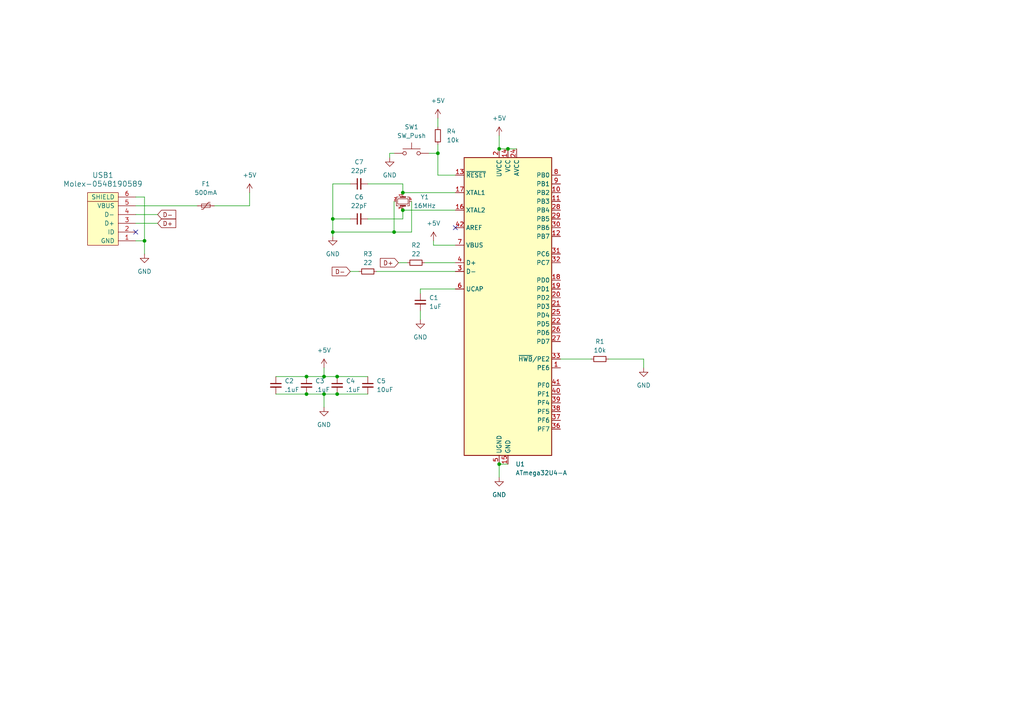
<source format=kicad_sch>
(kicad_sch (version 20230121) (generator eeschema)
  (paper "A4")
  (lib_symbols
    (symbol "Device:C_Small" (pin_numbers hide) (pin_names (offset 0.254) hide)
      (property "Reference" "C" (at 0.254 1.778 0))
      (property "Value" "C_Small" (at 0.254 -2.032 0))
      (symbol "C_Small_0_1"
        (polyline (pts (xy -1.524 -0.508) (xy 1.524 -0.508)) (stroke (width 0.3302)))
        (polyline (pts (xy -1.524 0.508) (xy 1.524 0.508)) (stroke (width 0.3048)))
      )
      (symbol "C_Small_1_1"
        (pin passive line (at 0 2.54 270) (length 2.032) (name "~") (number "1"))
        (pin passive line (at 0 -2.54 90) (length 2.032) (name "~") (number "2"))
      )
    )
    (symbol "Device:Crystal_GND24_Small" (pin_names (offset 1.016) hide)
      (property "Reference" "Y" (at 1.27 4.445 0))
      (property "Value" "Crystal_GND24_Small" (at 1.27 2.54 0))
      (symbol "Crystal_GND24_Small_0_1"
        (rectangle (start -0.762 -1.524) (end 0.762 1.524))
        (polyline (pts (xy -1.27 -0.762) (xy -1.27 0.762)) (stroke (width 0.381)))
        (polyline (pts (xy 1.27 -0.762) (xy 1.27 0.762)) (stroke (width 0.381)))
        (polyline (pts (xy -1.27 -1.27) (xy -1.27 -1.905) (xy 1.27 -1.905) (xy 1.27 -1.27)))
        (polyline (pts (xy -1.27 1.27) (xy -1.27 1.905) (xy 1.27 1.905) (xy 1.27 1.27)))
      )
      (symbol "Crystal_GND24_Small_1_1"
        (pin passive line (at -2.54 0 0) (length 1.27) (name "1") (number "1"))
        (pin passive line (at 0 -2.54 90) (length 0.635) (name "2") (number "2"))
        (pin passive line (at 2.54 0 180) (length 1.27) (name "3") (number "3"))
        (pin passive line (at 0 2.54 270) (length 0.635) (name "4") (number "4"))
      )
    )
    (symbol "Device:Polyfuse_Small" (pin_numbers hide) (pin_names (offset 0))
      (property "Reference" "F" (at -1.905 0 90))
      (property "Value" "Polyfuse_Small" (at 1.905 0 90))
      (symbol "Polyfuse_Small_0_1"
        (rectangle (start -0.508 1.27) (end 0.508 -1.27))
        (polyline (pts (xy 0 2.54) (xy 0 -2.54)))
        (polyline (pts (xy -1.016 1.27) (xy -1.016 0.762) (xy 1.016 -0.762) (xy 1.016 -1.27)))
      )
      (symbol "Polyfuse_Small_1_1"
        (pin passive line (at 0 2.54 270) (length 0.635) (name "~") (number "1"))
        (pin passive line (at 0 -2.54 90) (length 0.635) (name "~") (number "2"))
      )
    )
    (symbol "Device:R_Small" (pin_numbers hide) (pin_names (offset 0.254) hide)
      (property "Reference" "R" (at 0.762 0.508 0))
      (property "Value" "R_Small" (at 0.762 -1.016 0))
      (symbol "R_Small_0_1"
        (rectangle (start -0.762 1.778) (end 0.762 -1.778) (stroke (width 0.2032)))
      )
      (symbol "R_Small_1_1"
        (pin passive line (at 0 2.54 270) (length 0.762) (name "~") (number "1"))
        (pin passive line (at 0 -2.54 90) (length 0.762) (name "~") (number "2"))
      )
    )
    (symbol "MCU_Microchip_ATmega:ATmega32U4-A"
      (property "Reference" "U" (at -12.7 44.45 0))
      (property "Value" "ATmega32U4-A" (at 2.54 -44.45 0))
      (symbol "ATmega32U4-A_0_1"
        (rectangle (start -12.7 -43.18) (end 12.7 43.18) (stroke (width 0.254)) (fill (type background)))
      )
      (symbol "ATmega32U4-A_1_1"
        (pin bidirectional line (at 15.24 -17.78 180) (length 2.54) (name "PE6") (number "1"))
        (pin bidirectional line (at 15.24 33.02 180) (length 2.54) (name "PB2") (number "10"))
        (pin bidirectional line (at 15.24 30.48 180) (length 2.54) (name "PB3") (number "11"))
        (pin bidirectional line (at 15.24 20.32 180) (length 2.54) (name "PB7") (number "12"))
        (pin input line (at -15.24 38.1 0) (length 2.54) (name "~{RESET}") (number "13"))
        (pin power_in line (at 0 45.72 270) (length 2.54) (name "VCC") (number "14"))
        (pin power_in line (at 0 -45.72 90) (length 2.54) (name "GND") (number "15"))
        (pin output line (at -15.24 27.94 0) (length 2.54) (name "XTAL2") (number "16"))
        (pin input line (at -15.24 33.02 0) (length 2.54) (name "XTAL1") (number "17"))
        (pin bidirectional line (at 15.24 7.62 180) (length 2.54) (name "PD0") (number "18"))
        (pin bidirectional line (at 15.24 5.08 180) (length 2.54) (name "PD1") (number "19"))
        (pin power_in line (at -2.54 45.72 270) (length 2.54) (name "UVCC") (number "2"))
        (pin bidirectional line (at 15.24 2.54 180) (length 2.54) (name "PD2") (number "20"))
        (pin bidirectional line (at 15.24 0 180) (length 2.54) (name "PD3") (number "21"))
        (pin bidirectional line (at 15.24 -5.08 180) (length 2.54) (name "PD5") (number "22"))
        (pin passive line (at 0 -45.72 90) (length 2.54) hide (name "GND") (number "23"))
        (pin power_in line (at 2.54 45.72 270) (length 2.54) (name "AVCC") (number "24"))
        (pin bidirectional line (at 15.24 -2.54 180) (length 2.54) (name "PD4") (number "25"))
        (pin bidirectional line (at 15.24 -7.62 180) (length 2.54) (name "PD6") (number "26"))
        (pin bidirectional line (at 15.24 -10.16 180) (length 2.54) (name "PD7") (number "27"))
        (pin bidirectional line (at 15.24 27.94 180) (length 2.54) (name "PB4") (number "28"))
        (pin bidirectional line (at 15.24 25.4 180) (length 2.54) (name "PB5") (number "29"))
        (pin bidirectional line (at -15.24 10.16 0) (length 2.54) (name "D-") (number "3"))
        (pin bidirectional line (at 15.24 22.86 180) (length 2.54) (name "PB6") (number "30"))
        (pin bidirectional line (at 15.24 15.24 180) (length 2.54) (name "PC6") (number "31"))
        (pin bidirectional line (at 15.24 12.7 180) (length 2.54) (name "PC7") (number "32"))
        (pin bidirectional line (at 15.24 -15.24 180) (length 2.54) (name "~{HWB}/PE2") (number "33"))
        (pin passive line (at 0 45.72 270) (length 2.54) hide (name "VCC") (number "34"))
        (pin passive line (at 0 -45.72 90) (length 2.54) hide (name "GND") (number "35"))
        (pin bidirectional line (at 15.24 -35.56 180) (length 2.54) (name "PF7") (number "36"))
        (pin bidirectional line (at 15.24 -33.02 180) (length 2.54) (name "PF6") (number "37"))
        (pin bidirectional line (at 15.24 -30.48 180) (length 2.54) (name "PF5") (number "38"))
        (pin bidirectional line (at 15.24 -27.94 180) (length 2.54) (name "PF4") (number "39"))
        (pin bidirectional line (at -15.24 12.7 0) (length 2.54) (name "D+") (number "4"))
        (pin bidirectional line (at 15.24 -25.4 180) (length 2.54) (name "PF1") (number "40"))
        (pin bidirectional line (at 15.24 -22.86 180) (length 2.54) (name "PF0") (number "41"))
        (pin passive line (at -15.24 22.86 0) (length 2.54) (name "AREF") (number "42"))
        (pin passive line (at 0 -45.72 90) (length 2.54) hide (name "GND") (number "43"))
        (pin passive line (at 2.54 45.72 270) (length 2.54) hide (name "AVCC") (number "44"))
        (pin passive line (at -2.54 -45.72 90) (length 2.54) (name "UGND") (number "5"))
        (pin passive line (at -15.24 5.08 0) (length 2.54) (name "UCAP") (number "6"))
        (pin input line (at -15.24 17.78 0) (length 2.54) (name "VBUS") (number "7"))
        (pin bidirectional line (at 15.24 38.1 180) (length 2.54) (name "PB0") (number "8"))
        (pin bidirectional line (at 15.24 35.56 180) (length 2.54) (name "PB1") (number "9"))
      )
    )
    (symbol "Switch:SW_Push" (pin_numbers hide) (pin_names (offset 1.016) hide)
      (property "Reference" "SW" (at 1.27 2.54 0))
      (property "Value" "SW_Push" (at 0 -1.524 0))
      (symbol "SW_Push_0_1"
        (circle (center -2.032 0) (radius 0.508))
        (polyline (pts (xy 0 1.27) (xy 0 3.048)))
        (polyline (pts (xy 2.54 1.27) (xy -2.54 1.27)))
        (circle (center 2.032 0) (radius 0.508))
        (pin passive line (at -5.08 0 0) (length 2.54) (name "1") (number "1"))
        (pin passive line (at 5.08 0 180) (length 2.54) (name "2") (number "2"))
      )
    )
    (symbol "power:+5V" (power) (pin_names (offset 0))
      (property "Value" "+5V" (at 0 3.556 0))
      (symbol "+5V_0_1"
        (polyline (pts (xy -0.762 1.27) (xy 0 2.54)))
        (polyline (pts (xy 0 0) (xy 0 2.54)))
        (polyline (pts (xy 0 2.54) (xy 0.762 1.27)))
      )
      (symbol "+5V_1_1"
        (pin power_in line (at 0 0 90) (length 0) hide (name "+5V") (number "1"))
      )
    )
    (symbol "power:GND" (power) (pin_names (offset 0))
      (property "Value" "GND" (at 0 -3.81 0))
      (symbol "GND_0_1"
        (polyline (pts (xy 0 0) (xy 0 -1.27) (xy 1.27 -1.27) (xy 0 -2.54) (xy -1.27 -1.27) (xy 0 -1.27)))
      )
      (symbol "GND_1_1"
        (pin power_in line (at 0 0 270) (length 0) hide (name "GND") (number "1"))
      )
    )
    (symbol "random-keyboard-parts:Molex-0548190589" (pin_names (offset 1.016))
      (property "Reference" "USB" (at 0 7.62 0))
      (property "Value" "Molex-0548190589" (at 0 10.16 0))
      (symbol "Molex-0548190589_0_0"
        (polyline (pts (xy 6.35 -2.54) (xy 6.35 6.35)))
        (rectangle (start 8.89 -2.54) (end -6.35 6.35) (fill (type background)))
      )
      (symbol "Molex-0548190589_1_1"
        (pin input line (at -5.08 -7.62 90) (length 5.08) (name "GND") (number "1"))
        (pin input line (at -2.54 -7.62 90) (length 5.08) (name "ID") (number "2"))
        (pin input line (at 0 -7.62 90) (length 5.08) (name "D+") (number "3"))
        (pin input line (at 2.54 -7.62 90) (length 5.08) (name "D-") (number "4"))
        (pin input line (at 5.08 -7.62 90) (length 5.08) (name "VBUS") (number "5"))
        (pin input line (at 7.62 -7.62 90) (length 5.08) (name "SHIELD") (number "6"))
      )
    )
  )
  (junction (at 116.84 60.96))
  (junction (at 96.52 67.31))
  (junction (at 88.9 114.3))
  (junction (at 97.79 114.3))
  (junction (at 93.98 109.22))
  (junction (at 96.52 63.5))
  (junction (at 114.3 67.31))
  (junction (at 97.79 109.22))
  (junction (at 144.78 43.18))
  (junction (at 147.32 43.18))
  (junction (at 127 44.45))
  (junction (at 88.9 109.22))
  (junction (at 116.84 55.88))
  (junction (at 41.91 69.85))
  (junction (at 144.78 134.62))
  (junction (at 93.98 114.3))
  (no_connect (at 39.37 67.31))
  (no_connect (at 132.08 66.04))
  (wire (pts (xy 132.08 83.82) (xy 121.92 83.82)))
  (wire (pts (xy 176.53 104.14) (xy 186.69 104.14)))
  (wire (pts (xy 41.91 57.15) (xy 41.91 69.85)))
  (wire (pts (xy 144.78 39.37) (xy 144.78 43.18)))
  (wire (pts (xy 121.92 83.82) (xy 121.92 85.09)))
  (wire (pts (xy 144.78 134.62) (xy 147.32 134.62)))
  (wire (pts (xy 123.19 76.2) (xy 132.08 76.2)))
  (wire (pts (xy 39.37 57.15) (xy 41.91 57.15)))
  (wire (pts (xy 144.78 134.62) (xy 144.78 138.43)))
  (wire (pts (xy 115.57 76.2) (xy 118.11 76.2)))
  (wire (pts (xy 97.79 109.22) (xy 106.68 109.22)))
  (wire (pts (xy 96.52 67.31) (xy 96.52 68.58)))
  (wire (pts (xy 101.6 53.34) (xy 96.52 53.34)))
  (wire (pts (xy 106.68 63.5) (xy 116.84 63.5)))
  (wire (pts (xy 88.9 109.22) (xy 93.98 109.22)))
  (wire (pts (xy 114.3 67.31) (xy 96.52 67.31)))
  (wire (pts (xy 127 41.91) (xy 127 44.45)))
  (wire (pts (xy 80.01 109.22) (xy 88.9 109.22)))
  (wire (pts (xy 41.91 69.85) (xy 39.37 69.85)))
  (wire (pts (xy 186.69 104.14) (xy 186.69 106.68)))
  (wire (pts (xy 121.92 90.17) (xy 121.92 92.71)))
  (wire (pts (xy 88.9 114.3) (xy 93.98 114.3)))
  (wire (pts (xy 119.38 67.31) (xy 114.3 67.31)))
  (wire (pts (xy 39.37 59.69) (xy 57.15 59.69)))
  (wire (pts (xy 125.73 71.12) (xy 125.73 69.85)))
  (wire (pts (xy 93.98 106.68) (xy 93.98 109.22)))
  (wire (pts (xy 124.46 44.45) (xy 127 44.45)))
  (wire (pts (xy 132.08 71.12) (xy 125.73 71.12)))
  (wire (pts (xy 113.03 44.45) (xy 114.3 44.45)))
  (wire (pts (xy 101.6 78.74) (xy 104.14 78.74)))
  (wire (pts (xy 127 34.29) (xy 127 36.83)))
  (wire (pts (xy 119.38 58.42) (xy 119.38 67.31)))
  (wire (pts (xy 93.98 114.3) (xy 93.98 118.11)))
  (wire (pts (xy 127 44.45) (xy 127 50.8)))
  (wire (pts (xy 127 50.8) (xy 132.08 50.8)))
  (wire (pts (xy 116.84 60.96) (xy 132.08 60.96)))
  (wire (pts (xy 62.23 59.69) (xy 72.39 59.69)))
  (wire (pts (xy 45.72 64.77) (xy 39.37 64.77)))
  (wire (pts (xy 116.84 63.5) (xy 116.84 60.96)))
  (wire (pts (xy 113.03 45.72) (xy 113.03 44.45)))
  (wire (pts (xy 45.72 62.23) (xy 39.37 62.23)))
  (wire (pts (xy 109.22 78.74) (xy 132.08 78.74)))
  (wire (pts (xy 93.98 114.3) (xy 97.79 114.3)))
  (wire (pts (xy 116.84 53.34) (xy 116.84 55.88)))
  (wire (pts (xy 144.78 43.18) (xy 147.32 43.18)))
  (wire (pts (xy 114.3 58.42) (xy 114.3 67.31)))
  (wire (pts (xy 96.52 53.34) (xy 96.52 63.5)))
  (wire (pts (xy 96.52 63.5) (xy 96.52 67.31)))
  (wire (pts (xy 41.91 73.66) (xy 41.91 69.85)))
  (wire (pts (xy 80.01 114.3) (xy 88.9 114.3)))
  (wire (pts (xy 96.52 63.5) (xy 101.6 63.5)))
  (wire (pts (xy 116.84 55.88) (xy 132.08 55.88)))
  (wire (pts (xy 162.56 104.14) (xy 171.45 104.14)))
  (wire (pts (xy 72.39 55.88) (xy 72.39 59.69)))
  (wire (pts (xy 147.32 43.18) (xy 149.86 43.18)))
  (wire (pts (xy 106.68 53.34) (xy 116.84 53.34)))
  (wire (pts (xy 93.98 109.22) (xy 97.79 109.22)))
  (wire (pts (xy 97.79 114.3) (xy 106.68 114.3)))
  (global_label "D+" (shape input) (at 115.57 76.2 180) (property "Intersheetrefs" "${INTERSHEET_REFS}" (effects hide)))
  (global_label "D-" (shape input) (at 101.6 78.74 180) (property "Intersheetrefs" "${INTERSHEET_REFS}" (effects hide)))
  (global_label "D+" (shape input) (at 45.72 64.77 0) (property "Intersheetrefs" "${INTERSHEET_REFS}" (effects hide)))
  (global_label "D-" (shape input) (at 45.72 62.23 0) (property "Intersheetrefs" "${INTERSHEET_REFS}" (effects hide)))
  (symbol (lib_id "power:GND") (at 113.03 45.72 0) (unit 1)
    (property "Reference" "#PWR09" (effects hide))
    (property "Value" "GND" (at 113.03 50.8 0))
  )
  (symbol (lib_id "random-keyboard-parts:Molex-0548190589") (at 31.75 64.77 90) (unit 1)
    (property "Reference" "USB1" (at 29.845 50.8 90) (effects (font (size 1.524 1.524))))
    (property "Value" "Molex-0548190589" (at 29.845 53.34 90) (effects (font (size 1.524 1.524))))
  )
  (symbol (lib_id "power:GND") (at 41.91 73.66 0) (unit 1)
    (property "Reference" "#PWR012" (effects hide))
    (property "Value" "GND" (at 41.91 78.74 0))
  )
  (symbol (lib_id "power:GND") (at 121.92 92.71 0) (unit 1)
    (property "Reference" "#PWR04" (effects hide))
    (property "Value" "GND" (at 121.92 97.79 0))
  )
  (symbol (lib_id "power:+5V") (at 72.39 55.88 0) (unit 1)
    (property "Reference" "#PWR011" (effects hide))
    (property "Value" "+5V" (at 72.39 50.8 0))
  )
  (symbol (lib_id "Device:R_Small") (at 127 39.37 0) (unit 1)
    (property "Reference" "R4" (at 129.54 38.1 0) (effects (justify left)))
    (property "Value" "10k" (at 129.54 40.64 0) (effects (justify left)))
  )
  (symbol (lib_id "Device:R_Small") (at 120.65 76.2 90) (unit 1)
    (property "Reference" "R2" (at 120.65 71.12 90))
    (property "Value" "22" (at 120.65 73.66 90))
  )
  (symbol (lib_id "MCU_Microchip_ATmega:ATmega32U4-A") (at 147.32 88.9 0) (unit 1)
    (property "Reference" "U1" (at 149.5141 134.62 0) (effects (justify left)))
    (property "Value" "ATmega32U4-A" (at 149.5141 137.16 0) (effects (justify left)))
    (property "Footprint" "Package_QFP:TQFP-44_10x10mm_P0.8mm" (effects hide))
    (property "Datasheet" "http://ww1.microchip.com/downloads/en/DeviceDoc/Atmel-7766-8-bit-AVR-ATmega16U4-32U4_Datasheet.pdf" (effects hide))
  )
  (symbol (lib_id "power:+5V") (at 127 34.29 0) (unit 1)
    (property "Reference" "#PWR010" (effects hide))
    (property "Value" "+5V" (at 127 29.21 0))
  )
  (symbol (lib_id "Device:Crystal_GND24_Small") (at 116.84 58.42 270) (unit 1)
    (property "Reference" "Y1" (at 123.19 57.15 90))
    (property "Value" "16MHz" (at 123.19 59.69 90))
  )
  (symbol (lib_id "Device:C_Small") (at 106.68 111.76 0) (unit 1)
    (property "Reference" "C5" (at 109.22 110.4963 0) (effects (justify left)))
    (property "Value" "10uF" (at 109.22 113.0363 0) (effects (justify left)))
  )
  (symbol (lib_id "power:GND") (at 144.78 138.43 0) (unit 1)
    (property "Reference" "#PWR02" (effects hide))
    (property "Value" "GND" (at 144.78 143.51 0))
  )
  (symbol (lib_id "Device:Polyfuse_Small") (at 59.69 59.69 90) (unit 1)
    (property "Reference" "F1" (at 59.69 53.34 90))
    (property "Value" "500mA" (at 59.69 55.88 90))
  )
  (symbol (lib_id "Device:C_Small") (at 104.14 63.5 90) (unit 1)
    (property "Reference" "C6" (at 104.1463 57.15 90))
    (property "Value" "22pF" (at 104.1463 59.69 90))
  )
  (symbol (lib_id "Device:R_Small") (at 106.68 78.74 90) (unit 1)
    (property "Reference" "R3" (at 106.68 73.66 90))
    (property "Value" "22" (at 106.68 76.2 90))
  )
  (symbol (lib_id "power:GND") (at 186.69 106.68 0) (unit 1)
    (property "Reference" "#PWR03" (effects hide))
    (property "Value" "GND" (at 186.69 111.76 0))
  )
  (symbol (lib_id "Device:C_Small") (at 80.01 111.76 0) (unit 1)
    (property "Reference" "C2" (at 82.55 110.4963 0) (effects (justify left)))
    (property "Value" ".1uF" (at 82.55 113.0363 0) (effects (justify left)))
  )
  (symbol (lib_id "power:+5V") (at 93.98 106.68 0) (unit 1)
    (property "Reference" "#PWR06" (effects hide))
    (property "Value" "+5V" (at 93.98 101.6 0))
  )
  (symbol (lib_id "Switch:SW_Push") (at 119.38 44.45 0) (unit 1)
    (property "Reference" "SW1" (at 119.38 36.83 0))
    (property "Value" "SW_Push" (at 119.38 39.37 0))
  )
  (symbol (lib_id "power:GND") (at 96.52 68.58 0) (unit 1)
    (property "Reference" "#PWR08" (effects hide))
    (property "Value" "GND" (at 96.52 73.66 0))
  )
  (symbol (lib_id "power:+5V") (at 125.73 69.85 0) (unit 1)
    (property "Reference" "#PWR07" (effects hide))
    (property "Value" "+5V" (at 125.73 64.77 0))
  )
  (symbol (lib_id "power:+5V") (at 144.78 39.37 0) (unit 1)
    (property "Reference" "#PWR01" (effects hide))
    (property "Value" "+5V" (at 144.78 34.29 0))
  )
  (symbol (lib_id "Device:R_Small") (at 173.99 104.14 90) (unit 1)
    (property "Reference" "R1" (at 173.99 99.06 90))
    (property "Value" "10k" (at 173.99 101.6 90))
  )
  (symbol (lib_id "Device:C_Small") (at 104.14 53.34 90) (unit 1)
    (property "Reference" "C7" (at 104.1463 46.99 90))
    (property "Value" "22pF" (at 104.1463 49.53 90))
  )
  (symbol (lib_id "Device:C_Small") (at 97.79 111.76 0) (unit 1)
    (property "Reference" "C4" (at 100.33 110.4963 0) (effects (justify left)))
    (property "Value" ".1uF" (at 100.33 113.0363 0) (effects (justify left)))
  )
  (symbol (lib_id "power:GND") (at 93.98 118.11 0) (unit 1)
    (property "Reference" "#PWR05" (effects hide))
    (property "Value" "GND" (at 93.98 123.19 0))
  )
  (symbol (lib_id "Device:C_Small") (at 88.9 111.76 0) (unit 1)
    (property "Reference" "C3" (at 91.44 110.4963 0) (effects (justify left)))
    (property "Value" ".1uF" (at 91.44 113.0363 0) (effects (justify left)))
  )
  (symbol (lib_id "Device:C_Small") (at 121.92 87.63 0) (unit 1)
    (property "Reference" "C1" (at 124.46 86.3663 0) (effects (justify left)))
    (property "Value" "1uF" (at 124.46 88.9063 0) (effects (justify left)))
  )
)
</source>
